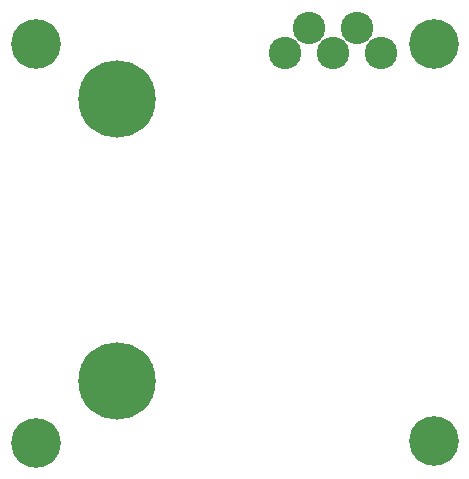
<source format=gbs>
G04*
G04 #@! TF.GenerationSoftware,Altium Limited,Altium Designer,19.1.9 (167)*
G04*
G04 Layer_Color=16711935*
%FSAX25Y25*%
%MOIN*%
G70*
G01*
G75*
%ADD30C,0.10800*%
%ADD31C,0.16548*%
%ADD32C,0.25800*%
D30*
X0095500Y0142000D02*
D03*
X0103500Y0150400D02*
D03*
X0127500Y0142000D02*
D03*
X0111500D02*
D03*
X0119600Y0150400D02*
D03*
D31*
X0145000Y0012500D02*
D03*
X0012450Y0012050D02*
D03*
X0145000Y0145000D02*
D03*
X0012500D02*
D03*
D32*
X0039450Y0032550D02*
D03*
Y0126550D02*
D03*
M02*

</source>
